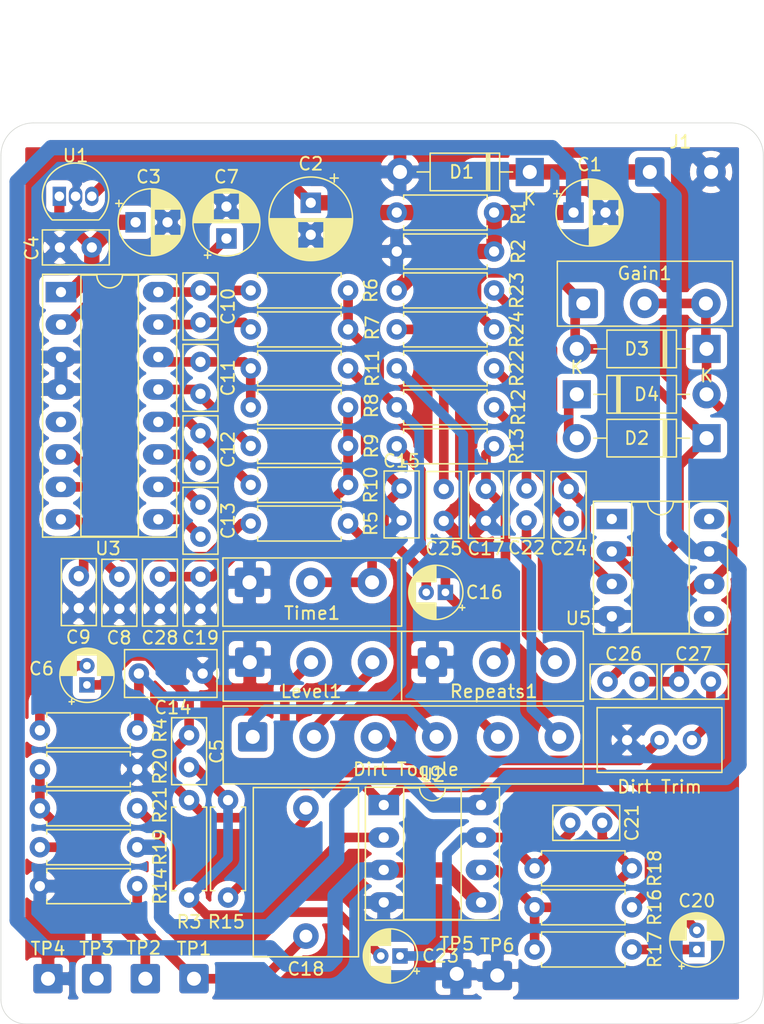
<source format=kicad_pcb>
(kicad_pcb (version 20171130) (host pcbnew 5.1.9+dfsg1-1~bpo10+1)
  (layers (0 F.Cu signal) (31 B.Cu signal) (34 B.Paste user) (35 F.Paste user) (36 B.SilkS user) (37 F.SilkS user) (38 B.Mask user) (39 F.Mask user) (44 Edge.Cuts user))
  (net 0 "")
  (net 1 +4.5V)
  (net 2 +9V)
  (net 3 +5V)
  (net 4 "Net-(C5-Pad2)")
  (net 5 "Net-(C5-Pad1)")
  (net 6 "Net-(C6-Pad2)")
  (net 7 "Net-(C7-Pad1)")
  (net 8 GND)
  (net 9 "Net-(C8-Pad1)")
  (net 10 "Net-(C9-Pad1)")
  (net 11 "Net-(C10-Pad1)")
  (net 12 "Net-(C10-Pad2)")
  (net 13 "Net-(C11-Pad2)")
  (net 14 "Net-(C11-Pad1)")
  (net 15 "Net-(C12-Pad1)")
  (net 16 "Net-(C12-Pad2)")
  (net 17 "Net-(C13-Pad2)")
  (net 18 "Net-(C13-Pad1)")
  (net 19 "Net-(C14-Pad1)")
  (net 20 "Net-(C15-Pad1)")
  (net 21 "Net-(C16-Pad1)")
  (net 22 "Net-(C17-Pad1)")
  (net 23 "Net-(C18-Pad1)")
  (net 24 "Net-(C18-Pad2)")
  (net 25 "Net-(C19-Pad2)")
  (net 26 "Net-(C20-Pad1)")
  (net 27 "Net-(C20-Pad2)")
  (net 28 "Net-(C21-Pad1)")
  (net 29 "Net-(C21-Pad2)")
  (net 30 "Net-(C22-Pad1)")
  (net 31 "Net-(C22-Pad2)")
  (net 32 "Net-(C23-Pad2)")
  (net 33 "Net-(C24-Pad2)")
  (net 34 "Net-(C24-Pad1)")
  (net 35 "Net-(C25-Pad2)")
  (net 36 "Net-(C26-Pad1)")
  (net 37 "Net-(C26-Pad2)")
  (net 38 "Net-(C27-Pad2)")
  (net 39 "Net-(D2-Pad2)")
  (net 40 "Net-(R5-Pad1)")
  (net 41 "Net-(R5-Pad2)")
  (net 42 "Net-(R20-Pad1)")
  (net 43 "Net-(Level1-Pad3)")
  (net 44 "Net-(R22-Pad2)")
  (net 45 "Net-(SW1-Pad1)")
  (net 46 "Net-(RV2-Pad2)")
  (net 47 "Net-(R19-Pad2)")
  (module Capacitor_THT:C_Disc_D5.0mm_W2.5mm_P2.50mm (layer F.Cu) (at 189.738 66.929 270)
    (fp_text reference C15 (at -2.159 0 180) (layer F.SilkS))
    (fp_text value 10nF)
    (pad 2 thru_hole circle (at 2.5 0 270) (size 1.6 1.6) (drill 0.8) (layers *.Cu *.Mask) (net 8 GND))
    (pad 1 thru_hole circle (at 0 0 270) (size 1.6 1.6) (drill 0.8) (layers *.Cu *.Mask) (net 20 "Net-(C15-Pad1)"))
  )
  (module Capacitor_THT:CP_Radial_D5.0mm_P2.50mm (layer F.Cu) (at 203.2 45.339)
    (fp_text reference C1 (at 1.25 -3.75) (layer F.SilkS))
    (fp_text value 47uF)
    (pad 2 thru_hole circle (at 2.5 0) (size 1.6 1.6) (drill 0.8) (layers *.Cu *.Mask) (net 8 GND))
    (pad 1 thru_hole rect (at 0 0) (size 1.6 1.6) (drill 0.8) (layers *.Cu *.Mask) (net 1 +4.5V))
  )
  (module Capacitor_THT:CP_Radial_D6.3mm_P2.50mm (layer F.Cu) (at 182.626 44.577 270)
    (fp_text reference C2 (at -3.048 0 180) (layer F.SilkS))
    (fp_text value 100uF)
    (pad 1 thru_hole rect (at 0 0 270) (size 1.6 1.6) (drill 0.8) (layers *.Cu *.Mask) (net 2 +9V))
    (pad 2 thru_hole circle (at 2.5 0 270) (size 1.6 1.6) (drill 0.8) (layers *.Cu *.Mask) (net 8 GND))
  )
  (module Capacitor_THT:CP_Radial_D5.0mm_P2.50mm (layer F.Cu) (at 168.91 46.101)
    (fp_text reference C3 (at 1.016 -3.556) (layer F.SilkS))
    (fp_text value 47uF)
    (pad 1 thru_hole rect (at 0 0) (size 1.6 1.6) (drill 0.8) (layers *.Cu *.Mask) (net 3 +5V))
    (pad 2 thru_hole circle (at 2.5 0) (size 1.6 1.6) (drill 0.8) (layers *.Cu *.Mask) (net 8 GND))
  )
  (module Capacitor_THT:C_Disc_D5.0mm_W2.5mm_P2.50mm (layer F.Cu) (at 165.481 48.0695 180)
    (fp_text reference C4 (at 4.699 -0.0635 90) (layer F.SilkS))
    (fp_text value 100nF)
    (pad 1 thru_hole circle (at 0 0 180) (size 1.6 1.6) (drill 0.8) (layers *.Cu *.Mask) (net 3 +5V))
    (pad 2 thru_hole circle (at 2.5 0 180) (size 1.6 1.6) (drill 0.8) (layers *.Cu *.Mask) (net 8 GND))
  )
  (module Capacitor_THT:C_Disc_D5.0mm_W2.5mm_P2.50mm (layer F.Cu) (at 173.101 86.233 270)
    (fp_text reference C5 (at 1.27 -2.159 90) (layer F.SilkS))
    (fp_text value 47pF)
    (pad 2 thru_hole circle (at 2.5 0 270) (size 1.6 1.6) (drill 0.8) (layers *.Cu *.Mask) (net 4 "Net-(C5-Pad2)"))
    (pad 1 thru_hole circle (at 0 0 270) (size 1.6 1.6) (drill 0.8) (layers *.Cu *.Mask) (net 5 "Net-(C5-Pad1)"))
  )
  (module Capacitor_THT:CP_Radial_D4.0mm_P1.50mm (layer F.Cu) (at 165.1 82.296 90)
    (fp_text reference C6 (at 1.27 -3.556 180) (layer F.SilkS))
    (fp_text value 1uF)
    (pad 1 thru_hole rect (at 0 0 90) (size 1.2 1.2) (drill 0.6) (layers *.Cu *.Mask) (net 5 "Net-(C5-Pad1)"))
    (pad 2 thru_hole circle (at 1.5 0 90) (size 1.2 1.2) (drill 0.6) (layers *.Cu *.Mask) (net 6 "Net-(C6-Pad2)"))
  )
  (module Capacitor_THT:CP_Radial_D5.0mm_P2.50mm (layer F.Cu) (at 176.022 47.371 90)
    (fp_text reference C7 (at 4.826 0 180) (layer F.SilkS))
    (fp_text value 47uF)
    (pad 1 thru_hole rect (at 0 0 90) (size 1.6 1.6) (drill 0.8) (layers *.Cu *.Mask) (net 7 "Net-(C7-Pad1)"))
    (pad 2 thru_hole circle (at 2.5 0 90) (size 1.6 1.6) (drill 0.8) (layers *.Cu *.Mask) (net 8 GND))
  )
  (module Capacitor_THT:C_Disc_D5.0mm_W2.5mm_P2.50mm (layer F.Cu) (at 167.64 73.8378 270)
    (fp_text reference C8 (at 4.7752 0.0254 180) (layer F.SilkS))
    (fp_text value 100nF)
    (pad 2 thru_hole circle (at 2.5 0 270) (size 1.6 1.6) (drill 0.8) (layers *.Cu *.Mask) (net 8 GND))
    (pad 1 thru_hole circle (at 0 0 270) (size 1.6 1.6) (drill 0.8) (layers *.Cu *.Mask) (net 9 "Net-(C8-Pad1)"))
  )
  (module Capacitor_THT:C_Disc_D5.0mm_W2.5mm_P2.50mm (layer F.Cu) (at 164.465 73.787 270)
    (fp_text reference C9 (at 4.7752 0.0381 180) (layer F.SilkS))
    (fp_text value 100nF)
    (pad 1 thru_hole circle (at 0 0 270) (size 1.6 1.6) (drill 0.8) (layers *.Cu *.Mask) (net 10 "Net-(C9-Pad1)"))
    (pad 2 thru_hole circle (at 2.5 0 270) (size 1.6 1.6) (drill 0.8) (layers *.Cu *.Mask) (net 8 GND))
  )
  (module Capacitor_THT:C_Disc_D5.0mm_W2.5mm_P2.50mm (layer F.Cu) (at 173.99 51.435 270)
    (fp_text reference C10 (at 1.25 -2.159 90) (layer F.SilkS))
    (fp_text value 2.2nF)
    (pad 1 thru_hole circle (at 0 0 270) (size 1.6 1.6) (drill 0.8) (layers *.Cu *.Mask) (net 11 "Net-(C10-Pad1)"))
    (pad 2 thru_hole circle (at 2.5 0 270) (size 1.6 1.6) (drill 0.8) (layers *.Cu *.Mask) (net 12 "Net-(C10-Pad2)"))
  )
  (module Capacitor_THT:C_Disc_D5.0mm_W2.5mm_P2.50mm (layer F.Cu) (at 173.99 57.023 270)
    (fp_text reference C11 (at 1.25 -2.159 90) (layer F.SilkS))
    (fp_text value 2.2nF)
    (pad 1 thru_hole circle (at 0 0 270) (size 1.6 1.6) (drill 0.8) (layers *.Cu *.Mask) (net 14 "Net-(C11-Pad1)"))
    (pad 2 thru_hole circle (at 2.5 0 270) (size 1.6 1.6) (drill 0.8) (layers *.Cu *.Mask) (net 13 "Net-(C11-Pad2)"))
  )
  (module Capacitor_THT:C_Disc_D5.0mm_W2.5mm_P2.50mm (layer F.Cu) (at 173.99 62.611 270)
    (fp_text reference C12 (at 1.27 -2.159 90) (layer F.SilkS))
    (fp_text value 100nF)
    (pad 1 thru_hole circle (at 0 0 270) (size 1.6 1.6) (drill 0.8) (layers *.Cu *.Mask) (net 15 "Net-(C12-Pad1)"))
    (pad 2 thru_hole circle (at 2.5 0 270) (size 1.6 1.6) (drill 0.8) (layers *.Cu *.Mask) (net 16 "Net-(C12-Pad2)"))
  )
  (module Capacitor_THT:C_Disc_D5.0mm_W2.5mm_P2.50mm (layer F.Cu) (at 173.99 68.199 270)
    (fp_text reference C13 (at 1.25 -2.159 90) (layer F.SilkS))
    (fp_text value 100nF)
    (pad 2 thru_hole circle (at 2.5 0 270) (size 1.6 1.6) (drill 0.8) (layers *.Cu *.Mask) (net 17 "Net-(C13-Pad2)"))
    (pad 1 thru_hole circle (at 0 0 270) (size 1.6 1.6) (drill 0.8) (layers *.Cu *.Mask) (net 18 "Net-(C13-Pad1)"))
  )
  (module Capacitor_THT:C_Rect_L7.0mm_W3.5mm_P5.00mm (layer F.Cu) (at 169.164 81.407)
    (fp_text reference C14 (at 2.667 2.667) (layer F.SilkS))
    (fp_text value 4.7nF)
    (pad 1 thru_hole circle (at 0 0) (size 1.6 1.6) (drill 0.8) (layers *.Cu *.Mask) (net 19 "Net-(C14-Pad1)"))
    (pad 2 thru_hole circle (at 5 0) (size 1.6 1.6) (drill 0.8) (layers *.Cu *.Mask) (net 8 GND))
  )
  (module Capacitor_THT:CP_Radial_D4.0mm_P1.50mm (layer F.Cu) (at 193.167 75.057 180)
    (fp_text reference C16 (at -3.048 0) (layer F.SilkS))
    (fp_text value 1uF)
    (pad 1 thru_hole rect (at 0 0 180) (size 1.2 1.2) (drill 0.6) (layers *.Cu *.Mask) (net 21 "Net-(C16-Pad1)"))
    (pad 2 thru_hole circle (at 1.5 0 180) (size 1.2 1.2) (drill 0.6) (layers *.Cu *.Mask) (net 20 "Net-(C15-Pad1)"))
  )
  (module Capacitor_THT:C_Disc_D5.0mm_W2.5mm_P2.50mm (layer F.Cu) (at 196.342 66.9544 270)
    (fp_text reference C17 (at 4.6736 0 180) (layer F.SilkS))
    (fp_text value 47nF)
    (pad 1 thru_hole circle (at 0 0 270) (size 1.6 1.6) (drill 0.8) (layers *.Cu *.Mask) (net 22 "Net-(C17-Pad1)"))
    (pad 2 thru_hole circle (at 2.5 0 270) (size 1.6 1.6) (drill 0.8) (layers *.Cu *.Mask) (net 8 GND))
  )
  (module Capacitor_THT:C_Rect_L13.0mm_W8.0mm_P10.00mm_FKS3_FKP3_MKS4 (layer F.Cu) (at 182.245 91.948 270)
    (fp_text reference C18 (at 12.573 0 180) (layer F.SilkS))
    (fp_text value 220nF)
    (pad 1 thru_hole circle (at 0 0 270) (size 2 2) (drill 1) (layers *.Cu *.Mask) (net 23 "Net-(C18-Pad1)"))
    (pad 2 thru_hole circle (at 10 0 270) (size 2 2) (drill 1) (layers *.Cu *.Mask) (net 24 "Net-(C18-Pad2)"))
  )
  (module Capacitor_THT:C_Disc_D5.0mm_W2.5mm_P2.50mm (layer F.Cu) (at 173.99 76.327 90)
    (fp_text reference C19 (at -2.286 0 180) (layer F.SilkS))
    (fp_text value 5nF)
    (pad 1 thru_hole circle (at 0 0 90) (size 1.6 1.6) (drill 0.8) (layers *.Cu *.Mask) (net 8 GND))
    (pad 2 thru_hole circle (at 2.5 0 90) (size 1.6 1.6) (drill 0.8) (layers *.Cu *.Mask) (net 25 "Net-(C19-Pad2)"))
  )
  (module Capacitor_THT:CP_Radial_D4.0mm_P1.50mm (layer F.Cu) (at 212.852 102.997 90)
    (fp_text reference C20 (at 3.81 0 180) (layer F.SilkS))
    (fp_text value 1uF)
    (pad 2 thru_hole circle (at 1.5 0 90) (size 1.2 1.2) (drill 0.6) (layers *.Cu *.Mask) (net 27 "Net-(C20-Pad2)"))
    (pad 1 thru_hole rect (at 0 0 90) (size 1.2 1.2) (drill 0.6) (layers *.Cu *.Mask) (net 26 "Net-(C20-Pad1)"))
  )
  (module Capacitor_THT:C_Disc_D5.0mm_W2.5mm_P2.50mm (layer F.Cu) (at 202.946 93.091)
    (fp_text reference C21 (at 4.826 0 90) (layer F.SilkS))
    (fp_text value 100pF)
    (pad 2 thru_hole circle (at 2.5 0) (size 1.6 1.6) (drill 0.8) (layers *.Cu *.Mask) (net 29 "Net-(C21-Pad2)"))
    (pad 1 thru_hole circle (at 0 0) (size 1.6 1.6) (drill 0.8) (layers *.Cu *.Mask) (net 28 "Net-(C21-Pad1)"))
  )
  (module Capacitor_THT:C_Disc_D5.0mm_W2.5mm_P2.50mm (layer F.Cu) (at 199.517 66.929 270)
    (fp_text reference C22 (at 4.6355 0 180) (layer F.SilkS))
    (fp_text value 22nF)
    (pad 1 thru_hole circle (at 0 0 270) (size 1.6 1.6) (drill 0.8) (layers *.Cu *.Mask) (net 30 "Net-(C22-Pad1)"))
    (pad 2 thru_hole circle (at 2.5 0 270) (size 1.6 1.6) (drill 0.8) (layers *.Cu *.Mask) (net 31 "Net-(C22-Pad2)"))
  )
  (module Capacitor_THT:CP_Radial_D4.0mm_P1.50mm (layer F.Cu) (at 189.611 103.505 180)
    (fp_text reference C23 (at -3.175 0) (layer F.SilkS))
    (fp_text value 1uF)
    (pad 2 thru_hole circle (at 1.5 0 180) (size 1.2 1.2) (drill 0.6) (layers *.Cu *.Mask) (net 32 "Net-(C23-Pad2)"))
    (pad 1 thru_hole rect (at 0 0 180) (size 1.2 1.2) (drill 0.6) (layers *.Cu *.Mask) (net 28 "Net-(C21-Pad1)"))
  )
  (module Capacitor_THT:C_Disc_D5.0mm_W2.5mm_P2.50mm (layer F.Cu) (at 202.819 69.469 90)
    (fp_text reference C24 (at -2.159 0 180) (layer F.SilkS))
    (fp_text value 100nF)
    (pad 2 thru_hole circle (at 2.5 0 90) (size 1.6 1.6) (drill 0.8) (layers *.Cu *.Mask) (net 33 "Net-(C24-Pad2)"))
    (pad 1 thru_hole circle (at 0 0 90) (size 1.6 1.6) (drill 0.8) (layers *.Cu *.Mask) (net 34 "Net-(C24-Pad1)"))
  )
  (module Capacitor_THT:C_Disc_D5.0mm_W2.5mm_P2.50mm (layer F.Cu) (at 193.04 69.469 90)
    (fp_text reference C25 (at -2.159 0 180) (layer F.SilkS))
    (fp_text value 100nF)
    (pad 2 thru_hole circle (at 2.5 0 90) (size 1.6 1.6) (drill 0.8) (layers *.Cu *.Mask) (net 35 "Net-(C25-Pad2)"))
    (pad 1 thru_hole circle (at 0 0 90) (size 1.6 1.6) (drill 0.8) (layers *.Cu *.Mask) (net 8 GND))
  )
  (module Capacitor_THT:C_Disc_D5.0mm_W2.5mm_P2.50mm (layer F.Cu) (at 205.867 82.042)
    (fp_text reference C26 (at 1.25 -2.159) (layer F.SilkS))
    (fp_text value 2.2nF)
    (pad 1 thru_hole circle (at 0 0) (size 1.6 1.6) (drill 0.8) (layers *.Cu *.Mask) (net 36 "Net-(C26-Pad1)"))
    (pad 2 thru_hole circle (at 2.5 0) (size 1.6 1.6) (drill 0.8) (layers *.Cu *.Mask) (net 37 "Net-(C26-Pad2)"))
  )
  (module Capacitor_THT:C_Disc_D5.0mm_W2.5mm_P2.50mm (layer F.Cu) (at 211.455 82.042)
    (fp_text reference C27 (at 1.143 -2.159) (layer F.SilkS))
    (fp_text value 100nF)
    (pad 2 thru_hole circle (at 2.5 0) (size 1.6 1.6) (drill 0.8) (layers *.Cu *.Mask) (net 38 "Net-(C27-Pad2)"))
    (pad 1 thru_hole circle (at 0 0) (size 1.6 1.6) (drill 0.8) (layers *.Cu *.Mask) (net 37 "Net-(C26-Pad2)"))
  )
  (module Capacitor_THT:C_Disc_D5.0mm_W2.5mm_P2.50mm (layer F.Cu) (at 170.815 76.327 90)
    (fp_text reference C28 (at -2.286 0 180) (layer F.SilkS))
    (fp_text value 10nF)
    (pad 2 thru_hole circle (at 2.5 0 90) (size 1.6 1.6) (drill 0.8) (layers *.Cu *.Mask) (net 25 "Net-(C19-Pad2)"))
    (pad 1 thru_hole circle (at 0 0 90) (size 1.6 1.6) (drill 0.8) (layers *.Cu *.Mask) (net 8 GND))
  )
  (module Diode_THT:D_DO-41_SOD81_P10.16mm_Horizontal (layer F.Cu) (at 199.771 42.164 180)
    (fp_text reference D1 (at 5.334 0) (layer F.SilkS))
    (fp_text value 1N4001)
    (fp_text user K (at 0 -2.1) (layer F.SilkS))
    (pad 2 thru_hole oval (at 10.16 0 180) (size 2.2 2.2) (drill 1.1) (layers *.Cu *.Mask) (net 8 GND))
    (pad 1 thru_hole rect (at 0 0 180) (size 2.2 2.2) (drill 1.1) (layers *.Cu *.Mask) (net 2 +9V))
  )
  (module Diode_THT:D_DO-41_SOD81_P10.16mm_Horizontal (layer F.Cu) (at 213.614 62.989999 180)
    (fp_text reference D2 (at 5.461 -0.002001) (layer F.SilkS))
    (fp_text value 1N4001 hide)
    (pad 2 thru_hole oval (at 10.16 0 180) (size 2.2 2.2) (drill 1.1) (layers *.Cu *.Mask) (net 39 "Net-(D2-Pad2)"))
    (pad 1 thru_hole rect (at 0 0 180) (size 2.2 2.2) (drill 1.1) (layers *.Cu *.Mask) (net 36 "Net-(C26-Pad1)"))
  )
  (module Diode_THT:D_DO-41_SOD81_P10.16mm_Horizontal (layer F.Cu) (at 213.614 56.007 180)
    (fp_text reference D3 (at 5.461 0) (layer F.SilkS))
    (fp_text value 1N4001)
    (fp_text user K (at 0 -2.1) (layer F.SilkS))
    (pad 1 thru_hole rect (at 0 0 180) (size 2.2 2.2) (drill 1.1) (layers *.Cu *.Mask) (net 37 "Net-(C26-Pad2)"))
    (pad 2 thru_hole oval (at 10.16 0 180) (size 2.2 2.2) (drill 1.1) (layers *.Cu *.Mask) (net 36 "Net-(C26-Pad1)"))
  )
  (module Diode_THT:D_DO-41_SOD81_P10.16mm_Horizontal (layer F.Cu) (at 203.454 59.563)
    (fp_text reference D4 (at 5.461 0) (layer F.SilkS))
    (fp_text value 1N4001)
    (fp_text user K (at 0 -2.1) (layer F.SilkS))
    (pad 1 thru_hole rect (at 0 0) (size 2.2 2.2) (drill 1.1) (layers *.Cu *.Mask) (net 39 "Net-(D2-Pad2)"))
    (pad 2 thru_hole oval (at 10.16 0) (size 2.2 2.2) (drill 1.1) (layers *.Cu *.Mask) (net 37 "Net-(C26-Pad2)"))
  )
  (module Connector_Wire:SolderWire-0.5sqmm_1x03_P4.8mm_D0.9mm_OD2.3mm (layer F.Cu) (at 203.962 52.451)
    (fp_text reference Gain1 (at 4.8 -2.35) (layer F.SilkS))
    (fp_text value A100K)
    (pad 1 thru_hole roundrect (at 0 0) (size 2.3 2.3) (drill 1.1) (layers *.Cu *.Mask) (roundrect_rratio 0.108696) (net 36 "Net-(C26-Pad1)"))
    (pad 2 thru_hole circle (at 4.8 0) (size 2.3 2.3) (drill 1.1) (layers *.Cu *.Mask) (net 37 "Net-(C26-Pad2)"))
    (pad 3 thru_hole circle (at 9.6 0) (size 2.3 2.3) (drill 1.1) (layers *.Cu *.Mask) (net 37 "Net-(C26-Pad2)"))
  )
  (module Connector_Wire:SolderWire-0.5sqmm_1x02_P4.8mm_D0.9mm_OD2.3mm (layer F.Cu) (at 209.169 42.164)
    (fp_text reference J1 (at 2.4 -2.35) (layer F.SilkS))
    (fp_text value Jack-DC)
    (pad 1 thru_hole roundrect (at 0 0) (size 2.3 2.3) (drill 1.1) (layers *.Cu *.Mask) (roundrect_rratio 0.108696) (net 2 +9V))
    (pad 2 thru_hole circle (at 4.8 0) (size 2.3 2.3) (drill 1.1) (layers *.Cu *.Mask) (net 8 GND))
  )
  (module Connector_Wire:SolderWire-0.5sqmm_1x03_P4.8mm_D0.9mm_OD2.3mm (layer F.Cu) (at 177.852 80.518)
    (fp_text reference Level1 (at 4.8 2.286) (layer F.SilkS))
    (fp_text value B50k)
    (pad 1 thru_hole roundrect (at 0 0) (size 2.3 2.3) (drill 1.1) (layers *.Cu *.Mask) (roundrect_rratio 0.108696) (net 8 GND))
    (pad 2 thru_hole circle (at 4.8 0) (size 2.3 2.3) (drill 1.1) (layers *.Cu *.Mask) (net 27 "Net-(C20-Pad2)"))
    (pad 3 thru_hole circle (at 9.6 0) (size 2.3 2.3) (drill 1.1) (layers *.Cu *.Mask) (net 43 "Net-(Level1-Pad3)"))
  )
  (module Resistor_THT:R_Axial_DIN0207_L6.3mm_D2.5mm_P7.62mm_Horizontal (layer F.Cu) (at 189.357 45.339)
    (fp_text reference R1 (at 9.525 0 90) (layer F.SilkS))
    (fp_text value 10k)
    (pad 2 thru_hole oval (at 7.62 0) (size 1.6 1.6) (drill 0.8) (layers *.Cu *.Mask) (net 1 +4.5V))
    (pad 1 thru_hole circle (at 0 0) (size 1.6 1.6) (drill 0.8) (layers *.Cu *.Mask) (net 2 +9V))
  )
  (module Resistor_THT:R_Axial_DIN0207_L6.3mm_D2.5mm_P7.62mm_Horizontal (layer F.Cu) (at 196.977 48.387 180)
    (fp_text reference R2 (at -1.905 0 90) (layer F.SilkS))
    (fp_text value 10k)
    (pad 2 thru_hole oval (at 7.62 0 180) (size 1.6 1.6) (drill 0.8) (layers *.Cu *.Mask) (net 8 GND))
    (pad 1 thru_hole circle (at 0 0 180) (size 1.6 1.6) (drill 0.8) (layers *.Cu *.Mask) (net 1 +4.5V))
  )
  (module Resistor_THT:R_Axial_DIN0207_L6.3mm_D2.5mm_P7.62mm_Horizontal (layer F.Cu) (at 173.101 91.313 270)
    (fp_text reference R3 (at 9.525 0) (layer F.SilkS))
    (fp_text value 360k)
    (pad 2 thru_hole oval (at 7.62 0 270) (size 1.6 1.6) (drill 0.8) (layers *.Cu *.Mask) (net 4 "Net-(C5-Pad2)"))
    (pad 1 thru_hole circle (at 0 0 270) (size 1.6 1.6) (drill 0.8) (layers *.Cu *.Mask) (net 5 "Net-(C5-Pad1)"))
  )
  (module Resistor_THT:R_Axial_DIN0207_L6.3mm_D2.5mm_P7.62mm_Horizontal (layer F.Cu) (at 161.417 85.852)
    (fp_text reference R4 (at 9.398 0 90) (layer F.SilkS))
    (fp_text value 10k)
    (pad 2 thru_hole oval (at 7.62 0) (size 1.6 1.6) (drill 0.8) (layers *.Cu *.Mask) (net 19 "Net-(C14-Pad1)"))
    (pad 1 thru_hole circle (at 0 0) (size 1.6 1.6) (drill 0.8) (layers *.Cu *.Mask) (net 6 "Net-(C6-Pad2)"))
  )
  (module Resistor_THT:R_Axial_DIN0207_L6.3mm_D2.5mm_P7.62mm_Horizontal (layer F.Cu) (at 177.927 69.6722)
    (fp_text reference R5 (at 9.398 0 90) (layer F.SilkS))
    (fp_text value 2.7k)
    (pad 1 thru_hole circle (at 0 0) (size 1.6 1.6) (drill 0.8) (layers *.Cu *.Mask) (net 40 "Net-(R5-Pad1)"))
    (pad 2 thru_hole oval (at 7.62 0) (size 1.6 1.6) (drill 0.8) (layers *.Cu *.Mask) (net 41 "Net-(R5-Pad2)"))
  )
  (module Resistor_THT:R_Axial_DIN0207_L6.3mm_D2.5mm_P7.62mm_Horizontal (layer F.Cu) (at 185.547 51.435 180)
    (fp_text reference R6 (at -1.778 0 90) (layer F.SilkS))
    (fp_text value 10k)
    (pad 2 thru_hole oval (at 7.62 0 180) (size 1.6 1.6) (drill 0.8) (layers *.Cu *.Mask) (net 11 "Net-(C10-Pad1)"))
    (pad 1 thru_hole circle (at 0 0 180) (size 1.6 1.6) (drill 0.8) (layers *.Cu *.Mask) (net 19 "Net-(C14-Pad1)"))
  )
  (module Resistor_THT:R_Axial_DIN0207_L6.3mm_D2.5mm_P7.62mm_Horizontal (layer F.Cu) (at 177.927 54.483)
    (fp_text reference R7 (at 9.525 -0.127 90) (layer F.SilkS))
    (fp_text value 10k)
    (pad 1 thru_hole circle (at 0 0) (size 1.6 1.6) (drill 0.8) (layers *.Cu *.Mask) (net 12 "Net-(C10-Pad2)"))
    (pad 2 thru_hole oval (at 7.62 0) (size 1.6 1.6) (drill 0.8) (layers *.Cu *.Mask) (net 19 "Net-(C14-Pad1)"))
  )
  (module Resistor_THT:R_Axial_DIN0207_L6.3mm_D2.5mm_P7.62mm_Horizontal (layer F.Cu) (at 177.927 60.579)
    (fp_text reference R8 (at 9.4488 -0.127 90) (layer F.SilkS))
    (fp_text value 20k)
    (pad 2 thru_hole oval (at 7.62 0) (size 1.6 1.6) (drill 0.8) (layers *.Cu *.Mask) (net 25 "Net-(C19-Pad2)"))
    (pad 1 thru_hole circle (at 0 0) (size 1.6 1.6) (drill 0.8) (layers *.Cu *.Mask) (net 14 "Net-(C11-Pad1)"))
  )
  (module Resistor_THT:R_Axial_DIN0207_L6.3mm_D2.5mm_P7.62mm_Horizontal (layer F.Cu) (at 177.927 63.6016)
    (fp_text reference R9 (at 9.4488 0 90) (layer F.SilkS))
    (fp_text value 10k)
    (pad 1 thru_hole circle (at 0 0) (size 1.6 1.6) (drill 0.8) (layers *.Cu *.Mask) (net 13 "Net-(C11-Pad2)"))
    (pad 2 thru_hole oval (at 7.62 0) (size 1.6 1.6) (drill 0.8) (layers *.Cu *.Mask) (net 25 "Net-(C19-Pad2)"))
  )
  (module Resistor_THT:R_Axial_DIN0207_L6.3mm_D2.5mm_P7.62mm_Horizontal (layer F.Cu) (at 177.927 66.6496)
    (fp_text reference R10 (at 9.398 0 90) (layer F.SilkS))
    (fp_text value 10k)
    (pad 2 thru_hole oval (at 7.62 0) (size 1.6 1.6) (drill 0.8) (layers *.Cu *.Mask) (net 25 "Net-(C19-Pad2)"))
    (pad 1 thru_hole circle (at 0 0) (size 1.6 1.6) (drill 0.8) (layers *.Cu *.Mask) (net 15 "Net-(C12-Pad1)"))
  )
  (module Resistor_THT:R_Axial_DIN0207_L6.3mm_D2.5mm_P7.62mm_Horizontal (layer F.Cu) (at 185.547 57.531 180)
    (fp_text reference R11 (at -1.905 0 90) (layer F.SilkS))
    (fp_text value 1k)
    (pad 2 thru_hole oval (at 7.62 0 180) (size 1.6 1.6) (drill 0.8) (layers *.Cu *.Mask) (net 14 "Net-(C11-Pad1)"))
    (pad 1 thru_hole circle (at 0 0 180) (size 1.6 1.6) (drill 0.8) (layers *.Cu *.Mask) (net 20 "Net-(C15-Pad1)"))
  )
  (module Resistor_THT:R_Axial_DIN0207_L6.3mm_D2.5mm_P7.62mm_Horizontal (layer F.Cu) (at 189.357 60.579)
    (fp_text reference R12 (at 9.525 0 90) (layer F.SilkS))
    (fp_text value 5.1k)
    (pad 2 thru_hole oval (at 7.62 0) (size 1.6 1.6) (drill 0.8) (layers *.Cu *.Mask) (net 30 "Net-(C22-Pad1)"))
    (pad 1 thru_hole circle (at 0 0) (size 1.6 1.6) (drill 0.8) (layers *.Cu *.Mask) (net 19 "Net-(C14-Pad1)"))
  )
  (module Resistor_THT:R_Axial_DIN0207_L6.3mm_D2.5mm_P7.62mm_Horizontal (layer F.Cu) (at 196.977 63.627 180)
    (fp_text reference R13 (at -1.778 0 90) (layer F.SilkS))
    (fp_text value 2k)
    (pad 1 thru_hole circle (at 0 0 180) (size 1.6 1.6) (drill 0.8) (layers *.Cu *.Mask) (net 22 "Net-(C17-Pad1)"))
    (pad 2 thru_hole oval (at 7.62 0 180) (size 1.6 1.6) (drill 0.8) (layers *.Cu *.Mask) (net 21 "Net-(C16-Pad1)"))
  )
  (module Resistor_THT:R_Axial_DIN0207_L6.3mm_D2.5mm_P7.62mm_Horizontal (layer F.Cu) (at 169.037 98.044 180)
    (fp_text reference R14 (at -1.778 0 90) (layer F.SilkS))
    (fp_text value 1M)
    (pad 1 thru_hole circle (at 0 0 180) (size 1.6 1.6) (drill 0.8) (layers *.Cu *.Mask) (net 24 "Net-(C18-Pad2)"))
    (pad 2 thru_hole oval (at 7.62 0 180) (size 1.6 1.6) (drill 0.8) (layers *.Cu *.Mask) (net 8 GND))
  )
  (module Resistor_THT:R_Axial_DIN0207_L6.3mm_D2.5mm_P7.62mm_Horizontal (layer F.Cu) (at 176.149 91.313 270)
    (fp_text reference R15 (at 9.525 0.127) (layer F.SilkS))
    (fp_text value 180k)
    (pad 1 thru_hole circle (at 0 0 270) (size 1.6 1.6) (drill 0.8) (layers *.Cu *.Mask) (net 4 "Net-(C5-Pad2)"))
    (pad 2 thru_hole oval (at 7.62 0 270) (size 1.6 1.6) (drill 0.8) (layers *.Cu *.Mask) (net 23 "Net-(C18-Pad1)"))
  )
  (module Resistor_THT:R_Axial_DIN0207_L6.3mm_D2.5mm_P7.62mm_Horizontal (layer F.Cu) (at 200.152 99.695)
    (fp_text reference R16 (at 9.398 0 90) (layer F.SilkS))
    (fp_text value 22k)
    (pad 1 thru_hole circle (at 0 0) (size 1.6 1.6) (drill 0.8) (layers *.Cu *.Mask) (net 29 "Net-(C21-Pad2)"))
    (pad 2 thru_hole oval (at 7.62 0) (size 1.6 1.6) (drill 0.8) (layers *.Cu *.Mask) (net 5 "Net-(C5-Pad1)"))
  )
  (module Resistor_THT:R_Axial_DIN0207_L6.3mm_D2.5mm_P7.62mm_Horizontal (layer F.Cu) (at 200.152 102.997)
    (fp_text reference R17 (at 9.398 0 90) (layer F.SilkS))
    (fp_text value 20k)
    (pad 2 thru_hole oval (at 7.62 0) (size 1.6 1.6) (drill 0.8) (layers *.Cu *.Mask) (net 26 "Net-(C20-Pad1)"))
    (pad 1 thru_hole circle (at 0 0) (size 1.6 1.6) (drill 0.8) (layers *.Cu *.Mask) (net 29 "Net-(C21-Pad2)"))
  )
  (module Resistor_THT:R_Axial_DIN0207_L6.3mm_D2.5mm_P7.62mm_Horizontal (layer F.Cu) (at 200.152 96.647)
    (fp_text reference R18 (at 9.398 0 90) (layer F.SilkS))
    (fp_text value 12k)
    (pad 1 thru_hole circle (at 0 0) (size 1.6 1.6) (drill 0.8) (layers *.Cu *.Mask) (net 28 "Net-(C21-Pad1)"))
    (pad 2 thru_hole oval (at 7.62 0) (size 1.6 1.6) (drill 0.8) (layers *.Cu *.Mask) (net 29 "Net-(C21-Pad2)"))
  )
  (module Resistor_THT:R_Axial_DIN0207_L6.3mm_D2.5mm_P7.62mm_Horizontal (layer F.Cu) (at 169.037 94.996 180)
    (fp_text reference R19 (at -1.778 0 90) (layer F.SilkS))
    (fp_text value 2.7k)
    (pad 2 thru_hole oval (at 7.62 0 180) (size 1.6 1.6) (drill 0.8) (layers *.Cu *.Mask) (net 47 "Net-(R19-Pad2)"))
    (pad 1 thru_hole circle (at 0 0 180) (size 1.6 1.6) (drill 0.8) (layers *.Cu *.Mask) (net 2 +9V))
  )
  (module Resistor_THT:R_Axial_DIN0207_L6.3mm_D2.5mm_P7.62mm_Horizontal (layer F.Cu) (at 161.417 91.948)
    (fp_text reference R20 (at 9.398 -3.302 90) (layer F.SilkS))
    (fp_text value 1k)
    (pad 2 thru_hole oval (at 7.62 0) (size 1.6 1.6) (drill 0.8) (layers *.Cu *.Mask) (net 32 "Net-(C23-Pad2)"))
    (pad 1 thru_hole circle (at 0 0) (size 1.6 1.6) (drill 0.8) (layers *.Cu *.Mask) (net 42 "Net-(R20-Pad1)"))
  )
  (module Resistor_THT:R_Axial_DIN0207_L6.3mm_D2.5mm_P7.62mm_Horizontal (layer F.Cu) (at 169.037 88.9 180)
    (fp_text reference R21 (at -1.778 -2.794 90) (layer F.SilkS))
    (fp_text value 100k)
    (pad 1 thru_hole circle (at 0 0 180) (size 1.6 1.6) (drill 0.8) (layers *.Cu *.Mask) (net 8 GND))
    (pad 2 thru_hole oval (at 7.62 0 180) (size 1.6 1.6) (drill 0.8) (layers *.Cu *.Mask) (net 42 "Net-(R20-Pad1)"))
  )
  (module Resistor_THT:R_Axial_DIN0207_L6.3mm_D2.5mm_P7.62mm_Horizontal (layer F.Cu) (at 196.977 57.531 180)
    (fp_text reference R22 (at -1.778 0 90) (layer F.SilkS))
    (fp_text value 10k)
    (pad 1 thru_hole circle (at 0 0 180) (size 1.6 1.6) (drill 0.8) (layers *.Cu *.Mask) (net 34 "Net-(C24-Pad1)"))
    (pad 2 thru_hole oval (at 7.62 0 180) (size 1.6 1.6) (drill 0.8) (layers *.Cu *.Mask) (net 44 "Net-(R22-Pad2)"))
  )
  (module Resistor_THT:R_Axial_DIN0207_L6.3mm_D2.5mm_P7.62mm_Horizontal (layer F.Cu) (at 196.977 51.435 180)
    (fp_text reference R23 (at -1.778 0 90) (layer F.SilkS))
    (fp_text value 1M)
    (pad 1 thru_hole circle (at 0 0 180) (size 1.6 1.6) (drill 0.8) (layers *.Cu *.Mask) (net 33 "Net-(C24-Pad2)"))
    (pad 2 thru_hole oval (at 7.62 0 180) (size 1.6 1.6) (drill 0.8) (layers *.Cu *.Mask) (net 1 +4.5V))
  )
  (module Resistor_THT:R_Axial_DIN0207_L6.3mm_D2.5mm_P7.62mm_Horizontal (layer F.Cu) (at 196.977 54.483 180)
    (fp_text reference R24 (at -1.778 0 90) (layer F.SilkS))
    (fp_text value 1k)
    (pad 1 thru_hole circle (at 0 0 180) (size 1.6 1.6) (drill 0.8) (layers *.Cu *.Mask) (net 36 "Net-(C26-Pad1)"))
    (pad 2 thru_hole oval (at 7.62 0 180) (size 1.6 1.6) (drill 0.8) (layers *.Cu *.Mask) (net 35 "Net-(C25-Pad2)"))
  )
  (module Connector_Wire:SolderWire-0.5sqmm_1x03_P4.8mm_D0.9mm_OD2.3mm (layer F.Cu) (at 192.151 80.518)
    (fp_text reference Repeats1 (at 4.8 2.286) (layer F.SilkS))
    (fp_text value B50k)
    (pad 3 thru_hole circle (at 9.6 0) (size 2.3 2.3) (drill 1.1) (layers *.Cu *.Mask) (net 31 "Net-(C22-Pad2)"))
    (pad 2 thru_hole circle (at 4.8 0) (size 2.3 2.3) (drill 1.1) (layers *.Cu *.Mask) (net 22 "Net-(C17-Pad1)"))
    (pad 1 thru_hole roundrect (at 0 0) (size 2.3 2.3) (drill 1.1) (layers *.Cu *.Mask) (roundrect_rratio 0.108696) (net 8 GND))
  )
  (module Potentiometer_THT:Potentiometer_Bourns_3296W_Vertical (layer F.Cu) (at 207.391 86.614 180)
    (fp_text reference "Dirt Trim" (at -2.54 -3.66) (layer F.SilkS))
    (fp_text value 100K)
    (pad 1 thru_hole circle (at 0 0 180) (size 1.44 1.44) (drill 0.8) (layers *.Cu *.Mask) (net 8 GND))
    (pad 2 thru_hole circle (at -2.54 0 180) (size 1.44 1.44) (drill 0.8) (layers *.Cu *.Mask) (net 46 "Net-(RV2-Pad2)"))
    (pad 3 thru_hole circle (at -5.08 0 180) (size 1.44 1.44) (drill 0.8) (layers *.Cu *.Mask) (net 38 "Net-(C27-Pad2)"))
  )
  (module Connector_Wire:SolderWire-0.5sqmm_1x06_P4.8mm_D0.9mm_OD2.3mm (layer F.Cu) (at 178.08 86.36)
    (fp_text reference "Dirt Toggle" (at 12 2.54) (layer F.SilkS))
    (fp_text value SW_DPDT_x2 hide)
    (pad 1 thru_hole roundrect (at 0 0) (size 2.3 2.3) (drill 1.1) (layers *.Cu *.Mask) (roundrect_rratio 0.108696) (net 45 "Net-(SW1-Pad1)"))
    (pad 2 thru_hole circle (at 4.8 0) (size 2.3 2.3) (drill 1.1) (layers *.Cu *.Mask) (net 43 "Net-(Level1-Pad3)"))
    (pad 3 thru_hole circle (at 9.6 0) (size 2.3 2.3) (drill 1.1) (layers *.Cu *.Mask) (net 46 "Net-(RV2-Pad2)"))
    (pad 4 thru_hole circle (at 14.4 0) (size 2.3 2.3) (drill 1.1) (layers *.Cu *.Mask) (net 45 "Net-(SW1-Pad1)"))
    (pad 5 thru_hole circle (at 19.2 0) (size 2.3 2.3) (drill 1.1) (layers *.Cu *.Mask) (net 21 "Net-(C16-Pad1)"))
    (pad 6 thru_hole circle (at 24 0) (size 2.3 2.3) (drill 1.1) (layers *.Cu *.Mask) (net 44 "Net-(R22-Pad2)"))
  )
  (module Connector_Wire:SolderWire-0.5sqmm_1x03_P4.8mm_D0.9mm_OD2.3mm (layer F.Cu) (at 177.8266 74.2696)
    (fp_text reference Time1 (at 4.901 2.413) (layer F.SilkS))
    (fp_text value B100K)
    (pad 3 thru_hole circle (at 9.6 0) (size 2.3 2.3) (drill 1.1) (layers *.Cu *.Mask) (net 41 "Net-(R5-Pad2)"))
    (pad 2 thru_hole circle (at 4.8 0) (size 2.3 2.3) (drill 1.1) (layers *.Cu *.Mask) (net 41 "Net-(R5-Pad2)"))
    (pad 1 thru_hole roundrect (at 0 0) (size 2.3 2.3) (drill 1.1) (layers *.Cu *.Mask) (roundrect_rratio 0.108696) (net 8 GND))
  )
  (module Connector_Wire:SolderWire-0.5sqmm_1x01_D0.9mm_OD2.3mm (layer F.Cu) (at 173.482 105.283)
    (fp_text reference TP1 (at 0 -2.35) (layer F.SilkS))
    (fp_text value INPUT)
    (pad 1 thru_hole roundrect (at 0 0) (size 2.3 2.3) (drill 1.1) (layers *.Cu *.Mask) (roundrect_rratio 0.108696) (net 24 "Net-(C18-Pad2)"))
  )
  (module Connector_Wire:SolderWire-0.5sqmm_1x01_D0.9mm_OD2.3mm (layer F.Cu) (at 169.672 105.283)
    (fp_text reference TP2 (at -0.127 -2.413) (layer F.SilkS))
    (fp_text value OUTPUT)
    (pad 1 thru_hole roundrect (at 0 0) (size 2.3 2.3) (drill 1.1) (layers *.Cu *.Mask) (roundrect_rratio 0.108696) (net 42 "Net-(R20-Pad1)"))
  )
  (module Connector_Wire:SolderWire-0.5sqmm_1x01_D0.9mm_OD2.3mm (layer F.Cu) (at 165.862 105.283)
    (fp_text reference TP3 (at 0 -2.35) (layer F.SilkS))
    (fp_text value LED)
    (pad 1 thru_hole roundrect (at 0 0) (size 2.3 2.3) (drill 1.1) (layers *.Cu *.Mask) (roundrect_rratio 0.108696) (net 47 "Net-(R19-Pad2)"))
  )
  (module Connector_Wire:SolderWire-0.5sqmm_1x01_D0.9mm_OD2.3mm (layer F.Cu) (at 162.052 105.283)
    (fp_text reference TP4 (at 0 -2.35) (layer F.SilkS))
    (fp_text value GND)
    (pad 1 thru_hole roundrect (at 0 0) (size 2.3 2.3) (drill 1.1) (layers *.Cu *.Mask) (roundrect_rratio 0.108696) (net 8 GND))
  )
  (module Connector_Wire:SolderWire-0.5sqmm_1x01_D0.9mm_OD2.3mm (layer F.Cu) (at 194.056 104.902)
    (fp_text reference TP5 (at 0 -2.35) (layer F.SilkS))
    (fp_text value GND)
    (pad 1 thru_hole roundrect (at 0 0) (size 2.3 2.3) (drill 1.1) (layers *.Cu *.Mask) (roundrect_rratio 0.108696) (net 8 GND))
  )
  (module Connector_Wire:SolderWire-0.5sqmm_1x01_D0.9mm_OD2.3mm (layer F.Cu) (at 197.231 105.029)
    (fp_text reference TP6 (at 0 -2.35) (layer F.SilkS))
    (fp_text value GND)
    (pad 1 thru_hole roundrect (at 0 0) (size 2.3 2.3) (drill 1.1) (layers *.Cu *.Mask) (roundrect_rratio 0.108696) (net 8 GND))
  )
  (module Package_TO_SOT_THT:TO-92_Inline (layer F.Cu) (at 162.941 44.069)
    (fp_text reference U1 (at 1.27 -3.175) (layer F.SilkS))
    (fp_text value L78L05_TO92)
    (pad 2 thru_hole oval (at 1.27 0) (size 1.05 1.5) (drill 0.75) (layers *.Cu *.Mask) (net 8 GND))
    (pad 3 thru_hole oval (at 2.54 0) (size 1.05 1.5) (drill 0.75) (layers *.Cu *.Mask) (net 2 +9V))
    (pad 1 thru_hole rect (at 0 0) (size 1.05 1.5) (drill 0.75) (layers *.Cu *.Mask) (net 3 +5V))
  )
  (module Package_DIP:DIP-8_W7.62mm_Socket_LongPads (layer F.Cu) (at 188.341 91.694)
    (fp_text reference U2 (at 3.81 -2.33) (layer F.SilkS))
    (fp_text value TL072)
    (pad 8 thru_hole oval (at 7.62 0) (size 2.4 1.6) (drill 0.8) (layers *.Cu *.Mask) (net 2 +9V))
    (pad 4 thru_hole oval (at 0 7.62) (size 2.4 1.6) (drill 0.8) (layers *.Cu *.Mask) (net 8 GND))
    (pad 7 thru_hole oval (at 7.62 2.54) (size 2.4 1.6) (drill 0.8) (layers *.Cu *.Mask) (net 28 "Net-(C21-Pad1)"))
    (pad 3 thru_hole oval (at 0 5.08) (size 2.4 1.6) (drill 0.8) (layers *.Cu *.Mask) (net 1 +4.5V))
    (pad 6 thru_hole oval (at 7.62 5.08) (size 2.4 1.6) (drill 0.8) (layers *.Cu *.Mask) (net 29 "Net-(C21-Pad2)"))
    (pad 2 thru_hole oval (at 0 2.54) (size 2.4 1.6) (drill 0.8) (layers *.Cu *.Mask) (net 4 "Net-(C5-Pad2)"))
    (pad 5 thru_hole oval (at 7.62 7.62) (size 2.4 1.6) (drill 0.8) (layers *.Cu *.Mask) (net 1 +4.5V))
    (pad 1 thru_hole rect (at 0 0) (size 2.4 1.6) (drill 0.8) (layers *.Cu *.Mask) (net 5 "Net-(C5-Pad1)"))
  )
  (module Package_DIP:DIP-16_W7.62mm_Socket_LongPads (layer F.Cu) (at 163.068 51.562)
    (fp_text reference U3 (at 3.683 20.066) (layer F.SilkS))
    (fp_text value PT2399)
    (pad 1 thru_hole rect (at 0 0) (size 2.4 1.6) (drill 0.8) (layers *.Cu *.Mask) (net 3 +5V))
    (pad 9 thru_hole oval (at 7.62 17.78) (size 2.4 1.6) (drill 0.8) (layers *.Cu *.Mask) (net 17 "Net-(C13-Pad2)"))
    (pad 2 thru_hole oval (at 0 2.54) (size 2.4 1.6) (drill 0.8) (layers *.Cu *.Mask) (net 7 "Net-(C7-Pad1)"))
    (pad 10 thru_hole oval (at 7.62 15.24) (size 2.4 1.6) (drill 0.8) (layers *.Cu *.Mask) (net 18 "Net-(C13-Pad1)"))
    (pad 3 thru_hole oval (at 0 5.08) (size 2.4 1.6) (drill 0.8) (layers *.Cu *.Mask) (net 8 GND))
    (pad 11 thru_hole oval (at 7.62 12.7) (size 2.4 1.6) (drill 0.8) (layers *.Cu *.Mask) (net 16 "Net-(C12-Pad2)"))
    (pad 4 thru_hole oval (at 0 7.62) (size 2.4 1.6) (drill 0.8) (layers *.Cu *.Mask) (net 8 GND))
    (pad 12 thru_hole oval (at 7.62 10.16) (size 2.4 1.6) (drill 0.8) (layers *.Cu *.Mask) (net 15 "Net-(C12-Pad1)"))
    (pad 5 thru_hole oval (at 0 10.16) (size 2.4 1.6) (drill 0.8) (layers *.Cu *.Mask))
    (pad 13 thru_hole oval (at 7.62 7.62) (size 2.4 1.6) (drill 0.8) (layers *.Cu *.Mask) (net 13 "Net-(C11-Pad2)"))
    (pad 6 thru_hole oval (at 0 12.7) (size 2.4 1.6) (drill 0.8) (layers *.Cu *.Mask) (net 40 "Net-(R5-Pad1)"))
    (pad 14 thru_hole oval (at 7.62 5.08) (size 2.4 1.6) (drill 0.8) (layers *.Cu *.Mask) (net 14 "Net-(C11-Pad1)"))
    (pad 7 thru_hole oval (at 0 15.24) (size 2.4 1.6) (drill 0.8) (layers *.Cu *.Mask) (net 9 "Net-(C8-Pad1)"))
    (pad 15 thru_hole oval (at 7.62 2.54) (size 2.4 1.6) (drill 0.8) (layers *.Cu *.Mask) (net 12 "Net-(C10-Pad2)"))
    (pad 8 thru_hole oval (at 0 17.78) (size 2.4 1.6) (drill 0.8) (layers *.Cu *.Mask) (net 10 "Net-(C9-Pad1)"))
    (pad 16 thru_hole oval (at 7.62 0) (size 2.4 1.6) (drill 0.8) (layers *.Cu *.Mask) (net 11 "Net-(C10-Pad1)"))
  )
  (module Package_DIP:DIP-8_W7.62mm_Socket_LongPads (layer F.Cu) (at 206.1972 69.3166)
    (fp_text reference U5 (at -2.6162 7.7724 180) (layer F.SilkS))
    (fp_text value TL061)
    (pad 1 thru_hole rect (at 0 0) (size 2.4 1.6) (drill 0.8) (layers *.Cu *.Mask))
    (pad 5 thru_hole oval (at 7.62 7.62) (size 2.4 1.6) (drill 0.8) (layers *.Cu *.Mask))
    (pad 2 thru_hole oval (at 0 2.54) (size 2.4 1.6) (drill 0.8) (layers *.Cu *.Mask) (net 36 "Net-(C26-Pad1)"))
    (pad 6 thru_hole oval (at 7.62 5.08) (size 2.4 1.6) (drill 0.8) (layers *.Cu *.Mask) (net 37 "Net-(C26-Pad2)"))
    (pad 3 thru_hole oval (at 0 5.08) (size 2.4 1.6) (drill 0.8) (layers *.Cu *.Mask) (net 33 "Net-(C24-Pad2)"))
    (pad 7 thru_hole oval (at 7.62 2.54) (size 2.4 1.6) (drill 0.8) (layers *.Cu *.Mask) (net 2 +9V))
    (pad 4 thru_hole oval (at 0 7.62) (size 2.4 1.6) (drill 0.8) (layers *.Cu *.Mask) (net 8 GND))
    (pad 8 thru_hole oval (at 7.62 0) (size 2.4 1.6) (drill 0.8) (layers *.Cu *.Mask))
  )
  (gr_line (start 203.962 83.947) (end 175.768 83.947) (layer F.SilkS) (width 0.12))
  (gr_line (start 203.962 83.947) (end 203.962 90.043) (layer F.SilkS) (width 0.12))
  (gr_line (start 189.738 78.105) (end 175.768 78.105) (layer F.SilkS) (width 0.12))
  (gr_line (start 175.768 90.043) (end 175.768 83.947) (layer F.SilkS) (width 0.12))
  (gr_line (start 203.962 90.043) (end 175.768 90.043) (layer F.SilkS) (width 0.12))
  (gr_line (start 203.962 78.105) (end 203.962 83.566) (layer F.SilkS) (width 0.12))
  (gr_line (start 203.962 78.105) (end 189.738 78.105) (layer F.SilkS) (width 0.12))
  (gr_line (start 189.738 83.566) (end 203.962 83.566) (layer F.SilkS) (width 0.12))
  (gr_line (start 189.738 83.566) (end 175.768 83.566) (layer F.SilkS) (width 0.12))
  (gr_line (start 189.738 78.105) (end 189.738 83.566) (layer F.SilkS) (width 0.12))
  (gr_line (start 175.768 78.105) (end 175.768 83.566) (layer F.SilkS) (width 0.12))
  (gr_line (start 215.646 54.229) (end 215.646 49.149) (layer F.SilkS) (width 0.12))
  (gr_line (start 201.93 54.229) (end 215.646 54.229) (layer F.SilkS) (width 0.12))
  (gr_line (start 201.93 49.149) (end 201.93 54.229) (layer F.SilkS) (width 0.12))
  (gr_line (start 215.646 49.149) (end 201.93 49.149) (layer F.SilkS) (width 0.12))
  (gr_line (start 175.7426 77.6986) (end 175.7426 72.3646) (layer F.SilkS) (width 0.12))
  (gr_line (start 189.738 77.6986) (end 175.7426 77.6986) (layer F.SilkS) (width 0.12))
  (gr_line (start 189.738 72.3646) (end 189.738 77.6986) (layer F.SilkS) (width 0.12))
  (gr_line (start 175.7426 72.3646) (end 189.738 72.3646) (layer F.SilkS) (width 0.12))
  (gr_arc (start 215.519 40.8686) (end 218.059 40.8686) (angle -90) (layer Edge.Cuts) (width 0.05))
  (gr_arc (start 215.519 106.2736) (end 215.519 108.8136) (angle -90) (layer Edge.Cuts) (width 0.05))
  (gr_arc (start 160.274 106.9086) (end 158.369 106.9086) (angle -90) (layer Edge.Cuts) (width 0.05))
  (gr_arc (start 160.909 40.8686) (end 160.909 38.3286) (angle -90) (layer Edge.Cuts) (width 0.05))
  (gr_line (start 215.519 38.3286) (end 160.909 38.3286) (layer Edge.Cuts) (width 0.05))
  (gr_line (start 218.059 106.2736) (end 218.059 40.8686) (layer Edge.Cuts) (width 0.05))
  (gr_line (start 160.274 108.8136) (end 215.519 108.8136) (layer Edge.Cuts) (width 0.05))
  (gr_line (start 158.369 40.8686) (end 158.369 106.9086) (layer Edge.Cuts) (width 0.05))
  (segment (start 192.405 48.387) (end 189.357 51.435) (width 1.2) (layer F.Cu) (net 1))
  (segment (start 196.977 48.387) (end 192.405 48.387) (width 1.2) (layer F.Cu) (net 1))
  (segment (start 196.977 48.387) (end 196.977 45.339) (width 1.2) (layer F.Cu) (net 1))
  (segment (start 196.977 45.339) (end 203.2 45.339) (width 1.2) (layer F.Cu) (net 1))
  (segment (start 195.838245 99.314) (end 195.961 99.314) (width 1.2) (layer F.Cu) (net 1))
  (segment (start 193.298245 96.774) (end 195.838245 99.314) (width 1.2) (layer F.Cu) (net 1))
  (segment (start 188.341 96.774) (end 193.298245 96.774) (width 1.2) (layer F.Cu) (net 1))
  (segment (start 184.531 103.632) (end 184.531 98.806) (width 1.2) (layer B.Cu) (net 1))
  (segment (start 184.023 104.14) (end 184.531 103.632) (width 1.2) (layer B.Cu) (net 1))
  (segment (start 184.531 98.806) (end 186.563 96.774) (width 1.2) (layer B.Cu) (net 1))
  (segment (start 180.721 104.14) (end 184.023 104.14) (width 1.2) (layer B.Cu) (net 1))
  (segment (start 179.451 102.87) (end 180.721 104.14) (width 1.2) (layer B.Cu) (net 1))
  (segment (start 161.798 102.87) (end 179.451 102.87) (width 1.2) (layer B.Cu) (net 1))
  (segment (start 203.2 41.952998) (end 201.511001 40.263999) (width 1.2) (layer B.Cu) (net 1))
  (segment (start 203.2 45.339) (end 203.2 41.952998) (width 1.2) (layer B.Cu) (net 1))
  (segment (start 186.563 96.774) (end 188.341 96.774) (width 1.2) (layer B.Cu) (net 1))
  (segment (start 201.511001 40.263999) (end 162.301001 40.263999) (width 1.2) (layer B.Cu) (net 1))
  (segment (start 159.639 42.926) (end 159.639 100.711) (width 1.2) (layer B.Cu) (net 1))
  (segment (start 159.639 100.711) (end 161.798 102.87) (width 1.2) (layer B.Cu) (net 1))
  (segment (start 162.301001 40.263999) (end 159.639 42.926) (width 1.2) (layer B.Cu) (net 1))
  (segment (start 167.005 42.545) (end 165.481 44.069) (width 0.8) (layer F.Cu) (net 2))
  (segment (start 182.626 44.577) (end 180.594 42.545) (width 0.8) (layer F.Cu) (net 2))
  (segment (start 180.594 42.545) (end 167.005 42.545) (width 0.8) (layer F.Cu) (net 2))
  (segment (start 209.169 42.164) (end 199.771 42.164) (width 1.2) (layer F.Cu) (net 2))
  (segment (start 199.771 42.164) (end 195.453 42.164) (width 1.2) (layer F.Cu) (net 2))
  (segment (start 192.278 45.339) (end 189.357 45.339) (width 1.2) (layer F.Cu) (net 2))
  (segment (start 195.453 42.164) (end 192.278 45.339) (width 1.2) (layer F.Cu) (net 2))
  (segment (start 182.626 44.577) (end 186.182 44.577) (width 1.2) (layer F.Cu) (net 2))
  (segment (start 186.944 45.339) (end 189.357 45.339) (width 1.2) (layer F.Cu) (net 2))
  (segment (start 186.182 44.577) (end 186.944 45.339) (width 1.2) (layer F.Cu) (net 2))
  (segment (start 211.074 70.358) (end 212.5726 71.8566) (width 1.2) (layer B.Cu) (net 2))
  (segment (start 212.5726 71.8566) (end 213.8172 71.8566) (width 1.2) (layer B.Cu) (net 2))
  (segment (start 209.169 42.164) (end 211.074 44.069) (width 1.2) (layer B.Cu) (net 2))
  (segment (start 211.074 44.069) (end 211.074 70.358) (width 1.2) (layer B.Cu) (net 2))
  (segment (start 198.12 89.535) (end 195.961 91.694) (width 1.2) (layer B.Cu) (net 2))
  (segment (start 215.138 89.535) (end 198.12 89.535) (width 1.2) (layer B.Cu) (net 2))
  (segment (start 216.154 73.279) (end 216.154 88.519) (width 1.2) (layer B.Cu) (net 2))
  (segment (start 216.154 88.519) (end 215.138 89.535) (width 1.2) (layer B.Cu) (net 2))
  (segment (start 213.8172 71.8566) (end 214.7316 71.8566) (width 1.2) (layer B.Cu) (net 2))
  (segment (start 214.7316 71.8566) (end 216.154 73.279) (width 1.2) (layer B.Cu) (net 2))
  (segment (start 190.119 89.535) (end 192.278 91.694) (width 1.2) (layer B.Cu) (net 2))
  (segment (start 186.817 89.535) (end 190.119 89.535) (width 1.2) (layer B.Cu) (net 2))
  (segment (start 184.658 95.885) (end 184.658 91.694) (width 1.2) (layer B.Cu) (net 2))
  (segment (start 184.658 91.694) (end 186.817 89.535) (width 1.2) (layer B.Cu) (net 2))
  (segment (start 170.561 94.996) (end 170.942 95.377) (width 1.2) (layer B.Cu) (net 2))
  (segment (start 192.278 91.694) (end 195.961 91.694) (width 1.2) (layer B.Cu) (net 2))
  (segment (start 171.704 101.219) (end 179.324 101.219) (width 1.2) (layer B.Cu) (net 2))
  (segment (start 169.037 94.996) (end 170.561 94.996) (width 1.2) (layer B.Cu) (net 2))
  (segment (start 170.942 95.377) (end 170.942 100.457) (width 1.2) (layer B.Cu) (net 2))
  (segment (start 170.942 100.457) (end 171.704 101.219) (width 1.2) (layer B.Cu) (net 2))
  (segment (start 179.324 101.219) (end 184.658 95.885) (width 1.2) (layer B.Cu) (net 2))
  (segment (start 163.957 51.562) (end 163.068 51.562) (width 1.2) (layer F.Cu) (net 3))
  (segment (start 165.481 48.0695) (end 165.481 50.038) (width 1.2) (layer F.Cu) (net 3))
  (segment (start 165.481 50.038) (end 163.957 51.562) (width 1.2) (layer F.Cu) (net 3))
  (segment (start 165.481 48.0695) (end 165.53601 48.01449) (width 1.2) (layer F.Cu) (net 3))
  (segment (start 165.481 48.0695) (end 165.5445 48.133) (width 1.2) (layer F.Cu) (net 3))
  (segment (start 167.4495 46.101) (end 165.481 48.0695) (width 1.2) (layer F.Cu) (net 3))
  (segment (start 168.91 46.101) (end 167.4495 46.101) (width 1.2) (layer F.Cu) (net 3))
  (segment (start 162.941 45.5295) (end 162.941 44.069) (width 0.8) (layer F.Cu) (net 3))
  (segment (start 165.481 48.0695) (end 162.941 45.5295) (width 0.8) (layer F.Cu) (net 3))
  (segment (start 173.569 88.733) (end 176.149 91.313) (width 0.75) (layer F.Cu) (net 4))
  (segment (start 173.101 88.733) (end 173.569 88.733) (width 0.75) (layer F.Cu) (net 4))
  (segment (start 176.149 95.885) (end 173.101 98.933) (width 0.75) (layer B.Cu) (net 4))
  (segment (start 176.149 91.313) (end 176.149 95.885) (width 0.75) (layer B.Cu) (net 4))
  (segment (start 179.145483 100.308001) (end 185.219484 94.234) (width 0.75) (layer F.Cu) (net 4))
  (segment (start 185.219484 94.234) (end 188.341 94.234) (width 0.75) (layer F.Cu) (net 4))
  (segment (start 174.476001 100.308001) (end 179.145483 100.308001) (width 0.75) (layer F.Cu) (net 4))
  (segment (start 173.101 98.933) (end 174.476001 100.308001) (width 0.75) (layer F.Cu) (net 4))
  (segment (start 173.101 83.308998) (end 173.101 86.233) (width 0.75) (layer F.Cu) (net 5))
  (segment (start 169.824001 80.031999) (end 173.101 83.308998) (width 0.75) (layer F.Cu) (net 5))
  (segment (start 166.239998 82.296) (end 168.503999 80.031999) (width 0.75) (layer F.Cu) (net 5))
  (segment (start 168.503999 80.031999) (end 169.824001 80.031999) (width 0.75) (layer F.Cu) (net 5))
  (segment (start 165.1 82.296) (end 166.239998 82.296) (width 0.75) (layer F.Cu) (net 5))
  (segment (start 171.725999 89.937999) (end 173.101 91.313) (width 0.75) (layer F.Cu) (net 5))
  (segment (start 171.725999 87.608001) (end 171.725999 89.937999) (width 0.75) (layer F.Cu) (net 5))
  (segment (start 173.101 86.233) (end 171.725999 87.608001) (width 0.75) (layer F.Cu) (net 5))
  (segment (start 186.817 90.17) (end 188.341 91.694) (width 0.75) (layer F.Cu) (net 5))
  (segment (start 180.975 90.17) (end 186.817 90.17) (width 0.75) (layer F.Cu) (net 5))
  (segment (start 178.456999 92.688001) (end 180.975 90.17) (width 0.75) (layer F.Cu) (net 5))
  (segment (start 173.101 91.313) (end 174.476001 92.688001) (width 0.75) (layer F.Cu) (net 5))
  (segment (start 174.476001 92.688001) (end 178.456999 92.688001) (width 0.75) (layer F.Cu) (net 5))
  (segment (start 209.147001 98.319999) (end 207.772 99.695) (width 0.75) (layer F.Cu) (net 5))
  (segment (start 209.147001 94.756999) (end 209.147001 98.319999) (width 0.75) (layer F.Cu) (net 5))
  (segment (start 204.708992 90.31899) (end 209.147001 94.756999) (width 0.75) (layer F.Cu) (net 5))
  (segment (start 189.71601 90.31899) (end 204.708992 90.31899) (width 0.75) (layer F.Cu) (net 5))
  (segment (start 188.341 91.694) (end 189.71601 90.31899) (width 0.75) (layer F.Cu) (net 5))
  (segment (start 161.417 83.630472) (end 161.417 85.852) (width 0.75) (layer F.Cu) (net 6))
  (segment (start 164.251472 80.796) (end 161.417 83.630472) (width 0.75) (layer F.Cu) (net 6))
  (segment (start 165.1 80.796) (end 164.251472 80.796) (width 0.75) (layer F.Cu) (net 6))
  (segment (start 168.008002 49.657) (end 173.736 49.657) (width 0.75) (layer F.Cu) (net 7))
  (segment (start 173.736 49.657) (end 176.022 47.371) (width 0.75) (layer F.Cu) (net 7))
  (segment (start 163.068 54.102) (end 163.563002 54.102) (width 0.75) (layer F.Cu) (net 7))
  (segment (start 163.563002 54.102) (end 168.008002 49.657) (width 0.75) (layer F.Cu) (net 7))
  (segment (start 165.862 72.0598) (end 167.64 73.8378) (width 0.75) (layer F.Cu) (net 9))
  (segment (start 165.862 67.691) (end 165.862 72.0598) (width 0.75) (layer F.Cu) (net 9))
  (segment (start 163.068 66.802) (end 164.973 66.802) (width 0.75) (layer F.Cu) (net 9))
  (segment (start 164.973 66.802) (end 165.862 67.691) (width 0.75) (layer F.Cu) (net 9))
  (segment (start 164.846 73.406) (end 164.465 73.787) (width 0.75) (layer F.Cu) (net 10))
  (segment (start 163.068 69.342) (end 164.338 69.342) (width 0.75) (layer F.Cu) (net 10))
  (segment (start 164.846 69.85) (end 164.846 73.406) (width 0.75) (layer F.Cu) (net 10))
  (segment (start 164.338 69.342) (end 164.846 69.85) (width 0.75) (layer F.Cu) (net 10))
  (segment (start 177.673 51.181) (end 177.927 51.435) (width 0.75) (layer F.Cu) (net 11))
  (segment (start 173.863 51.562) (end 173.99 51.435) (width 0.75) (layer F.Cu) (net 11))
  (segment (start 170.688 51.562) (end 173.863 51.562) (width 0.75) (layer F.Cu) (net 11))
  (segment (start 173.99 51.435) (end 177.927 51.435) (width 0.75) (layer F.Cu) (net 11))
  (segment (start 170.688 53.975) (end 170.793001 54.080001) (width 0.75) (layer F.Cu) (net 12))
  (segment (start 170.688 54.102) (end 173.823 54.102) (width 0.75) (layer F.Cu) (net 12))
  (segment (start 177.379 53.935) (end 177.927 54.483) (width 0.75) (layer F.Cu) (net 12))
  (segment (start 173.99 53.935) (end 177.379 53.935) (width 0.75) (layer F.Cu) (net 12))
  (segment (start 170.688 59.055) (end 170.688 58.837998) (width 0.75) (layer F.Cu) (net 13))
  (segment (start 173.649 59.182) (end 173.99 59.523) (width 0.75) (layer F.Cu) (net 13))
  (segment (start 170.688 59.182) (end 173.649 59.182) (width 0.75) (layer F.Cu) (net 13))
  (segment (start 173.99 59.523) (end 173.99 59.563) (width 0.75) (layer F.Cu) (net 13))
  (segment (start 173.99 59.6646) (end 177.927 63.6016) (width 0.75) (layer F.Cu) (net 13))
  (segment (start 173.99 59.523) (end 173.99 59.6646) (width 0.75) (layer F.Cu) (net 13))
  (segment (start 171.069 57.023) (end 170.688 56.642) (width 0.75) (layer F.Cu) (net 14))
  (segment (start 173.99 57.023) (end 171.069 57.023) (width 0.75) (layer F.Cu) (net 14))
  (segment (start 177.8 57.404) (end 177.927 57.531) (width 0.75) (layer F.Cu) (net 14))
  (segment (start 177.419 57.023) (end 177.927 57.531) (width 0.75) (layer F.Cu) (net 14))
  (segment (start 173.99 57.023) (end 177.419 57.023) (width 0.75) (layer F.Cu) (net 14))
  (segment (start 177.927 57.531) (end 177.927 60.579) (width 0.75) (layer F.Cu) (net 14))
  (segment (start 173.101 61.722) (end 173.99 62.611) (width 0.75) (layer F.Cu) (net 15))
  (segment (start 170.688 61.722) (end 173.101 61.722) (width 0.75) (layer F.Cu) (net 15))
  (segment (start 173.99 62.611) (end 173.99 62.738) (width 0.75) (layer F.Cu) (net 15))
  (segment (start 173.99 62.7126) (end 177.927 66.6496) (width 0.75) (layer F.Cu) (net 15))
  (segment (start 173.99 62.611) (end 173.99 62.7126) (width 0.75) (layer F.Cu) (net 15))
  (segment (start 173.141 64.262) (end 173.99 65.111) (width 0.75) (layer F.Cu) (net 16))
  (segment (start 170.688 64.262) (end 173.141 64.262) (width 0.75) (layer F.Cu) (net 16))
  (segment (start 172.633 69.342) (end 173.99 70.699) (width 0.75) (layer F.Cu) (net 17))
  (segment (start 170.688 69.342) (end 172.633 69.342) (width 0.75) (layer F.Cu) (net 17))
  (segment (start 172.593 66.802) (end 173.99 68.199) (width 0.75) (layer F.Cu) (net 18))
  (segment (start 170.688 66.802) (end 172.593 66.802) (width 0.75) (layer F.Cu) (net 18))
  (segment (start 185.547 51.435) (end 185.547 54.483) (width 0.75) (layer F.Cu) (net 19))
  (segment (start 187.981999 56.917999) (end 185.547 54.483) (width 0.75) (layer F.Cu) (net 19))
  (segment (start 187.981999 59.203999) (end 187.981999 56.917999) (width 0.75) (layer F.Cu) (net 19))
  (segment (start 189.357 60.579) (end 187.981999 59.203999) (width 0.75) (layer F.Cu) (net 19))
  (segment (start 169.164 85.725) (end 169.037 85.852) (width 0.75) (layer F.Cu) (net 19))
  (segment (start 169.164 81.407) (end 169.164 85.725) (width 0.75) (layer F.Cu) (net 19))
  (segment (start 191.113001 62.335001) (end 189.357 60.579) (width 0.75) (layer B.Cu) (net 19))
  (segment (start 191.113001 71.098001) (end 191.113001 62.335001) (width 0.75) (layer B.Cu) (net 19))
  (segment (start 170.942 83.185) (end 188.722 83.185) (width 0.75) (layer B.Cu) (net 19))
  (segment (start 169.164 81.407) (end 170.942 83.185) (width 0.75) (layer B.Cu) (net 19))
  (segment (start 188.722 83.185) (end 189.738 82.169) (width 0.75) (layer B.Cu) (net 19))
  (segment (start 189.738 82.169) (end 189.738 72.771) (width 0.75) (layer B.Cu) (net 19))
  (segment (start 189.738 72.771) (end 191.262 71.247) (width 0.75) (layer B.Cu) (net 19))
  (segment (start 191.262 71.247) (end 191.113001 71.098001) (width 0.75) (layer B.Cu) (net 19))
  (segment (start 186.922001 64.113001) (end 189.738 66.929) (width 0.75) (layer F.Cu) (net 20))
  (segment (start 186.922001 58.906001) (end 186.922001 64.113001) (width 0.75) (layer F.Cu) (net 20))
  (segment (start 185.547 57.531) (end 186.922001 58.906001) (width 0.75) (layer F.Cu) (net 20))
  (segment (start 191.667 73.73978) (end 191.667 75.057) (width 0.75) (layer F.Cu) (net 20))
  (segment (start 188.362999 70.435779) (end 191.667 73.73978) (width 0.75) (layer F.Cu) (net 20))
  (segment (start 188.362999 68.304001) (end 188.362999 70.435779) (width 0.75) (layer F.Cu) (net 20))
  (segment (start 189.738 66.929) (end 188.362999 68.304001) (width 0.75) (layer F.Cu) (net 20))
  (segment (start 197.28 86.208484) (end 197.28 86.36) (width 0.75) (layer F.Cu) (net 21))
  (segment (start 193.167 73.406) (end 193.167 75.057) (width 0.75) (layer F.Cu) (net 21))
  (segment (start 189.357 63.627) (end 191.262 65.532) (width 0.75) (layer F.Cu) (net 21))
  (segment (start 191.262 71.501) (end 193.167 73.406) (width 0.75) (layer F.Cu) (net 21))
  (segment (start 191.262 65.532) (end 191.262 71.501) (width 0.75) (layer F.Cu) (net 21))
  (segment (start 197.231 86.36) (end 197.28 86.36) (width 0.75) (layer F.Cu) (net 21))
  (segment (start 193.167 75.057) (end 194.31 76.2) (width 0.75) (layer F.Cu) (net 21))
  (segment (start 194.31 83.439) (end 197.231 86.36) (width 0.75) (layer F.Cu) (net 21))
  (segment (start 194.31 76.2) (end 194.31 83.439) (width 0.75) (layer F.Cu) (net 21))
  (segment (start 196.85 80.417) (end 196.951 80.518) (width 0.75) (layer F.Cu) (net 22))
  (segment (start 197.866 79.603) (end 196.951 80.518) (width 0.75) (layer F.Cu) (net 22))
  (segment (start 196.342 66.9544) (end 197.866 68.4784) (width 0.75) (layer F.Cu) (net 22))
  (segment (start 197.866 68.4784) (end 197.866 79.603) (width 0.75) (layer F.Cu) (net 22))
  (segment (start 196.342 64.262) (end 196.342 66.9544) (width 0.75) (layer F.Cu) (net 22))
  (segment (start 196.977 63.627) (end 196.342 64.262) (width 0.75) (layer F.Cu) (net 22))
  (segment (start 182.245 92.837) (end 182.245 91.948) (width 0.75) (layer F.Cu) (net 23))
  (segment (start 176.149 98.933) (end 182.245 92.837) (width 0.75) (layer F.Cu) (net 23))
  (segment (start 178.91 105.283) (end 173.482 105.283) (width 0.75) (layer F.Cu) (net 24))
  (segment (start 182.245 101.948) (end 178.91 105.283) (width 0.75) (layer F.Cu) (net 24))
  (segment (start 169.037 100.838) (end 173.482 105.283) (width 0.75) (layer F.Cu) (net 24))
  (segment (start 169.037 98.044) (end 169.037 100.838) (width 0.75) (layer F.Cu) (net 24))
  (segment (start 170.815 73.827) (end 173.99 73.827) (width 0.75) (layer F.Cu) (net 25))
  (segment (start 185.547 60.579) (end 185.547 63.6016) (width 0.75) (layer F.Cu) (net 25))
  (segment (start 185.547 66.6496) (end 185.547 63.6016) (width 0.75) (layer F.Cu) (net 25))
  (segment (start 173.99 73.827) (end 174.03 73.787) (width 0.75) (layer F.Cu) (net 25))
  (segment (start 180.6956 71.501) (end 185.547 66.6496) (width 0.75) (layer F.Cu) (net 25))
  (segment (start 177.292 71.501) (end 180.6956 71.501) (width 0.75) (layer F.Cu) (net 25))
  (segment (start 174.966 73.827) (end 173.99 73.827) (width 0.75) (layer F.Cu) (net 25))
  (segment (start 177.292 71.501) (end 174.966 73.827) (width 0.75) (layer F.Cu) (net 25))
  (segment (start 212.852 102.997) (end 207.772 102.997) (width 0.75) (layer F.Cu) (net 26))
  (segment (start 180.594 82.576) (end 182.652 80.518) (width 0.75) (layer F.Cu) (net 27))
  (segment (start 180.594 88.519) (end 180.594 82.576) (width 0.75) (layer F.Cu) (net 27))
  (segment (start 181.229 89.154) (end 180.594 88.519) (width 0.75) (layer F.Cu) (net 27))
  (segment (start 205.486 89.154) (end 181.229 89.154) (width 0.75) (layer F.Cu) (net 27))
  (segment (start 210.693 99.338) (end 210.693 94.361) (width 0.75) (layer F.Cu) (net 27))
  (segment (start 210.693 94.361) (end 205.486 89.154) (width 0.75) (layer F.Cu) (net 27))
  (segment (start 212.852 101.497) (end 210.693 99.338) (width 0.75) (layer F.Cu) (net 27))
  (segment (start 202.946 93.853) (end 200.152 96.647) (width 0.75) (layer F.Cu) (net 28))
  (segment (start 202.946 93.091) (end 202.946 93.853) (width 0.75) (layer F.Cu) (net 28))
  (segment (start 197.739 94.234) (end 200.152 96.647) (width 0.75) (layer F.Cu) (net 28))
  (segment (start 195.961 94.234) (end 197.739 94.234) (width 0.75) (layer F.Cu) (net 28))
  (segment (start 192.151 103.505) (end 189.611 103.505) (width 0.75) (layer B.Cu) (net 28))
  (segment (start 193.294 102.362) (end 192.151 103.505) (width 0.75) (layer B.Cu) (net 28))
  (segment (start 195.961 94.234) (end 194.564 94.234) (width 0.75) (layer B.Cu) (net 28))
  (segment (start 193.294 95.504) (end 193.294 102.362) (width 0.75) (layer B.Cu) (net 28))
  (segment (start 194.564 94.234) (end 193.294 95.504) (width 0.75) (layer B.Cu) (net 28))
  (segment (start 200.152 99.695) (end 200.152 102.997) (width 0.75) (layer F.Cu) (net 29))
  (segment (start 204.724 99.695) (end 207.772 96.647) (width 0.75) (layer F.Cu) (net 29))
  (segment (start 200.152 99.695) (end 204.724 99.695) (width 0.75) (layer F.Cu) (net 29))
  (segment (start 205.446 94.321) (end 207.772 96.647) (width 0.75) (layer F.Cu) (net 29))
  (segment (start 205.446 93.091) (end 205.446 94.321) (width 0.75) (layer F.Cu) (net 29))
  (segment (start 197.231 96.774) (end 200.152 99.695) (width 0.75) (layer F.Cu) (net 29))
  (segment (start 195.961 96.774) (end 197.231 96.774) (width 0.75) (layer F.Cu) (net 29))
  (segment (start 199.517 63.119) (end 199.517 66.929) (width 0.75) (layer F.Cu) (net 30))
  (segment (start 196.977 60.579) (end 199.517 63.119) (width 0.75) (layer F.Cu) (net 30))
  (segment (start 199.517 78.284) (end 201.751 80.518) (width 0.75) (layer F.Cu) (net 31))
  (segment (start 199.517 69.429) (end 199.517 78.284) (width 0.75) (layer F.Cu) (net 31))
  (segment (start 170.815 93.726) (end 169.037 91.948) (width 0.75) (layer F.Cu) (net 32))
  (segment (start 184.682 100.076) (end 180.721 100.076) (width 0.75) (layer F.Cu) (net 32))
  (segment (start 188.111 103.505) (end 184.682 100.076) (width 0.75) (layer F.Cu) (net 32))
  (segment (start 172.212 101.981) (end 170.815 100.584) (width 0.75) (layer F.Cu) (net 32))
  (segment (start 170.815 100.584) (end 170.815 93.726) (width 0.75) (layer F.Cu) (net 32))
  (segment (start 180.721 100.076) (end 178.816 101.981) (width 0.75) (layer F.Cu) (net 32))
  (segment (start 178.816 101.981) (end 172.212 101.981) (width 0.75) (layer F.Cu) (net 32))
  (segment (start 205.8416 74.3966) (end 206.1972 74.3966) (width 0.75) (layer F.Cu) (net 33))
  (segment (start 202.819 66.421) (end 202.819 66.969) (width 0.75) (layer F.Cu) (net 33))
  (segment (start 201.549 65.151) (end 202.819 66.421) (width 0.75) (layer F.Cu) (net 33))
  (segment (start 196.977 51.435) (end 201.549 56.007) (width 0.75) (layer F.Cu) (net 33))
  (segment (start 201.549 56.007) (end 201.549 65.151) (width 0.75) (layer F.Cu) (net 33))
  (segment (start 204.194001 72.393401) (end 206.1972 74.3966) (width 0.75) (layer F.Cu) (net 33))
  (segment (start 204.194001 68.344001) (end 204.194001 72.393401) (width 0.75) (layer F.Cu) (net 33))
  (segment (start 202.819 66.969) (end 204.194001 68.344001) (width 0.75) (layer F.Cu) (net 33))
  (segment (start 201.295 67.945) (end 202.819 69.469) (width 0.75) (layer F.Cu) (net 34))
  (segment (start 200.533 65.659) (end 201.295 66.421) (width 0.75) (layer F.Cu) (net 34))
  (segment (start 201.295 66.421) (end 201.295 67.945) (width 0.75) (layer F.Cu) (net 34))
  (segment (start 196.977 57.531) (end 200.533 61.087) (width 0.75) (layer F.Cu) (net 34))
  (segment (start 200.533 61.087) (end 200.533 65.659) (width 0.75) (layer F.Cu) (net 34))
  (segment (start 193.04 55.753) (end 193.04 66.969) (width 0.75) (layer F.Cu) (net 35))
  (segment (start 189.357 54.483) (end 191.77 54.483) (width 0.75) (layer F.Cu) (net 35))
  (segment (start 191.77 54.483) (end 193.04 55.753) (width 0.75) (layer F.Cu) (net 35))
  (segment (start 203.327 55.499) (end 202.819 56.007) (width 0.75) (layer F.Cu) (net 36))
  (segment (start 203.327 52.451) (end 203.327 55.499) (width 0.75) (layer F.Cu) (net 36))
  (segment (start 206.631001 56.007) (end 213.614 62.989999) (width 0.75) (layer F.Cu) (net 36))
  (segment (start 203.454 56.007) (end 206.631001 56.007) (width 0.75) (layer F.Cu) (net 36))
  (segment (start 208.788 74.422) (end 208.788 79.121) (width 0.75) (layer F.Cu) (net 36))
  (segment (start 208.788 79.121) (end 205.867 82.042) (width 0.75) (layer F.Cu) (net 36))
  (segment (start 206.1972 71.8566) (end 206.2226 71.8566) (width 0.75) (layer F.Cu) (net 36))
  (segment (start 206.2226 71.8566) (end 208.788 74.422) (width 0.75) (layer F.Cu) (net 36))
  (segment (start 201.570999 50.059999) (end 203.962 52.451) (width 0.75) (layer F.Cu) (net 36))
  (segment (start 196.316999 50.059999) (end 201.570999 50.059999) (width 0.75) (layer F.Cu) (net 36))
  (segment (start 195.601999 50.774999) (end 196.316999 50.059999) (width 0.75) (layer F.Cu) (net 36))
  (segment (start 195.601999 53.107999) (end 195.601999 50.774999) (width 0.75) (layer F.Cu) (net 36))
  (segment (start 196.977 54.483) (end 195.601999 53.107999) (width 0.75) (layer F.Cu) (net 36))
  (segment (start 210.5914 71.8566) (end 206.1972 71.8566) (width 0.75) (layer F.Cu) (net 36))
  (segment (start 211.455 70.993) (end 210.5914 71.8566) (width 0.75) (layer F.Cu) (net 36))
  (segment (start 213.614 62.989999) (end 211.455 65.148999) (width 0.75) (layer F.Cu) (net 36))
  (segment (start 211.455 65.148999) (end 211.455 70.993) (width 0.75) (layer F.Cu) (net 36))
  (segment (start 208.367 82.042) (end 211.455 82.042) (width 0.75) (layer F.Cu) (net 37))
  (segment (start 211.455 75.819) (end 211.455 82.042) (width 0.75) (layer F.Cu) (net 37))
  (segment (start 213.8172 74.3966) (end 212.8774 74.3966) (width 0.75) (layer F.Cu) (net 37))
  (segment (start 212.8774 74.3966) (end 211.455 75.819) (width 0.75) (layer F.Cu) (net 37))
  (segment (start 213.614 56.007) (end 213.614 59.563) (width 0.75) (layer F.Cu) (net 37))
  (segment (start 213.562 55.955) (end 213.614 56.007) (width 0.75) (layer F.Cu) (net 37))
  (segment (start 213.562 52.451) (end 213.562 55.955) (width 0.75) (layer F.Cu) (net 37))
  (segment (start 213.562 52.451) (end 208.762 52.451) (width 0.75) (layer F.Cu) (net 37))
  (segment (start 215.646 72.5678) (end 213.8172 74.3966) (width 0.75) (layer F.Cu) (net 37))
  (segment (start 213.614 59.563) (end 215.646 61.595) (width 0.75) (layer F.Cu) (net 37))
  (segment (start 215.646 61.595) (end 215.646 72.5678) (width 0.75) (layer F.Cu) (net 37))
  (segment (start 213.955 85.13) (end 212.471 86.614) (width 0.75) (layer F.Cu) (net 38))
  (segment (start 213.955 82.042) (end 213.955 85.13) (width 0.75) (layer F.Cu) (net 38))
  (segment (start 202.819 59.563) (end 202.819 62.989999) (width 0.75) (layer F.Cu) (net 39))
  (segment (start 164.0205 64.262) (end 166.81201 67.05351) (width 0.75) (layer F.Cu) (net 40))
  (segment (start 163.068 64.262) (end 164.0205 64.262) (width 0.75) (layer F.Cu) (net 40))
  (segment (start 166.81201 67.05351) (end 166.81201 71.18101) (width 0.75) (layer F.Cu) (net 40))
  (segment (start 177.2158 69.6722) (end 177.927 69.6722) (width 0.75) (layer F.Cu) (net 40))
  (segment (start 167.894 72.263) (end 174.625 72.263) (width 0.75) (layer F.Cu) (net 40))
  (segment (start 166.81201 71.18101) (end 167.894 72.263) (width 0.75) (layer F.Cu) (net 40))
  (segment (start 174.625 72.263) (end 177.2158 69.6722) (width 0.75) (layer F.Cu) (net 40))
  (segment (start 182.6266 74.2696) (end 187.4266 74.2696) (width 0.75) (layer F.Cu) (net 41))
  (segment (start 187.4266 71.5518) (end 185.547 69.6722) (width 0.75) (layer F.Cu) (net 41))
  (segment (start 187.4266 74.2696) (end 187.4266 71.5518) (width 0.75) (layer F.Cu) (net 41))
  (segment (start 161.417 88.9) (end 161.417 91.948) (width 0.75) (layer F.Cu) (net 42))
  (segment (start 169.672 103.124) (end 169.672 105.283) (width 0.75) (layer F.Cu) (net 42))
  (segment (start 161.417 91.948) (end 167.005 97.536) (width 0.75) (layer F.Cu) (net 42))
  (segment (start 167.005 100.457) (end 169.672 103.124) (width 0.75) (layer F.Cu) (net 42))
  (segment (start 167.005 97.536) (end 167.005 100.457) (width 0.75) (layer F.Cu) (net 42))
  (segment (start 187.452 81.153) (end 182.88 85.725) (width 0.75) (layer F.Cu) (net 43))
  (segment (start 187.452 80.518) (end 187.452 81.153) (width 0.75) (layer F.Cu) (net 43))
  (segment (start 194.564 70.485) (end 195.58 71.501) (width 0.75) (layer B.Cu) (net 44))
  (segment (start 195.58 71.501) (end 198.374 71.501) (width 0.75) (layer B.Cu) (net 44))
  (segment (start 199.898 84.178) (end 202.08 86.36) (width 0.75) (layer B.Cu) (net 44))
  (segment (start 194.564 62.738) (end 194.564 70.485) (width 0.75) (layer B.Cu) (net 44))
  (segment (start 189.357 57.531) (end 194.564 62.738) (width 0.75) (layer B.Cu) (net 44))
  (segment (start 198.374 71.501) (end 199.898 73.025) (width 0.75) (layer B.Cu) (net 44))
  (segment (start 199.898 73.025) (end 199.898 84.178) (width 0.75) (layer B.Cu) (net 44))
  (segment (start 190.321 84.201) (end 192.48 86.36) (width 0.75) (layer B.Cu) (net 45))
  (segment (start 179.07 84.201) (end 190.321 84.201) (width 0.75) (layer B.Cu) (net 45))
  (segment (start 178.08 86.36) (end 178.08 85.191) (width 0.75) (layer B.Cu) (net 45))
  (segment (start 178.08 85.191) (end 179.07 84.201) (width 0.75) (layer B.Cu) (net 45))
  (segment (start 208.341011 88.203989) (end 209.931 86.614) (width 0.75) (layer F.Cu) (net 46))
  (segment (start 190.158989 88.203989) (end 208.341011 88.203989) (width 0.75) (layer F.Cu) (net 46))
  (segment (start 187.68 85.725) (end 190.158989 88.203989) (width 0.75) (layer F.Cu) (net 46))
  (segment (start 165.862 98.044) (end 165.862 105.283) (width 0.75) (layer F.Cu) (net 47))
  (segment (start 161.417 94.996) (end 162.814 94.996) (width 0.75) (layer F.Cu) (net 47))
  (segment (start 162.814 94.996) (end 165.862 98.044) (width 0.75) (layer F.Cu) (net 47))
  (zone (net 8) (net_name GND) (layer F.Cu) (connect_pads (clearance 0.508)) (min_thickness 0.254) (fill yes (arc_segments 32) (thermal_gap 0.508) (thermal_bridge_width 1))
    (polygon (pts (xy 216.154 106.9086) (xy 160.274 106.9086) (xy 160.274 40.2336) (xy 216.154 40.2336)))
  )
  (zone (net 8) (net_name GND) (layer B.Cu) (connect_pads (clearance 0.508)) (min_thickness 0.254) (fill yes (arc_segments 32) (thermal_gap 0.508) (thermal_bridge_width 1))
    (polygon (pts (xy 216.154 106.9086) (xy 160.274 106.9086) (xy 160.274 40.2336) (xy 216.154 40.2336)))
  )
)
</source>
